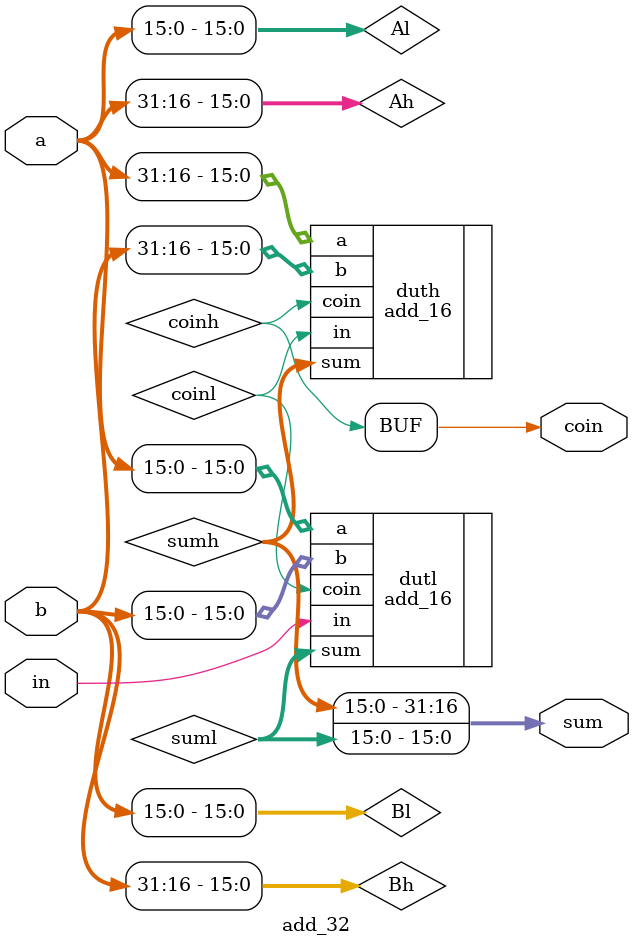
<source format=v>
module add_32(
    input [31:0] a,
    input [31:0] b,
    input		in,   
	output reg 		 coin,
	output reg [31:0] sum
);

parameter m=32;

wire [m/2-1:0] Al;
wire [m-1:m/2] Ah;
wire [m/2-1:0] Bl;
wire [m-1:m/2] Bh;

assign Al=a[m/2-1:0];
assign Ah=a[m-1:m/2];
assign Bl=b[m/2-1:0];
assign Bh=b[m-1:m/2];

wire [m/2-1:0] suml;
wire [m/2-1:0] sumh;
wire 		   coinl;
wire 		   coinh;

add_16	dutl(.a(Al), .b(Bl), .sum(suml), .in(in),     .coin(coinl));
add_16	duth(.a(Ah), .b(Bh), .sum(sumh), .in(coinl),  .coin(coinh));

always @(*) begin
	sum ={sumh,suml};
	coin =coinh;
end

endmodule
</source>
